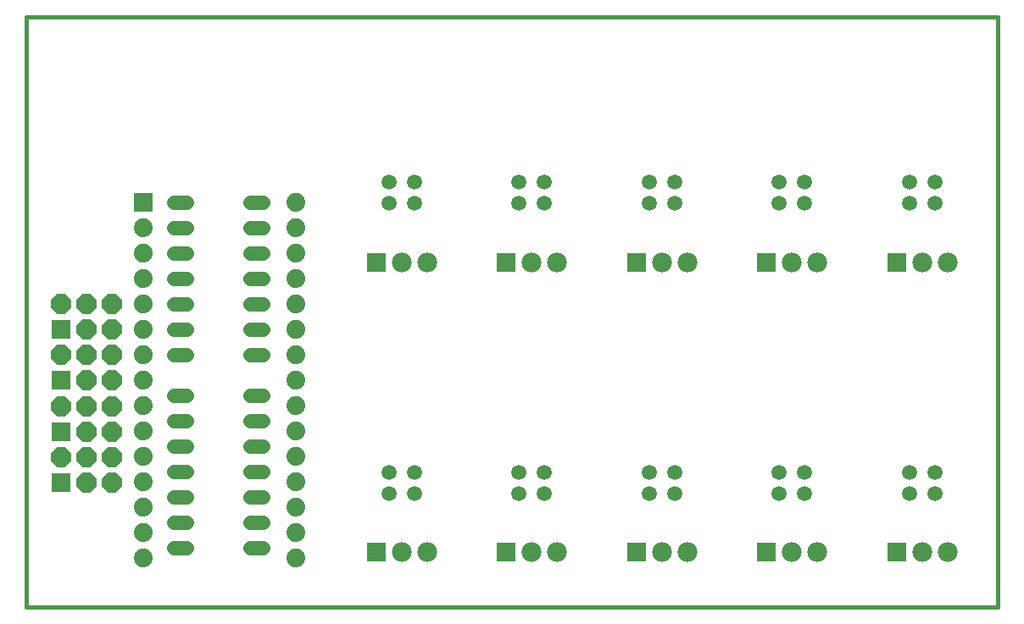
<source format=gbs>
G75*
%MOIN*%
%OFA0B0*%
%FSLAX24Y24*%
%IPPOS*%
%LPD*%
%AMOC8*
5,1,8,0,0,1.08239X$1,22.5*
%
%ADD10C,0.0160*%
%ADD11C,0.0594*%
%ADD12R,0.0780X0.0780*%
%ADD13C,0.0780*%
%ADD14C,0.0560*%
%ADD15OC8,0.0780*%
%ADD16R,0.0740X0.0740*%
%ADD17C,0.0740*%
D10*
X000180Y000180D02*
X038369Y000180D01*
X038369Y023408D01*
X000180Y023408D01*
X000180Y000180D01*
D11*
X014434Y004662D03*
X015434Y004662D03*
X015434Y005492D03*
X014434Y005492D03*
X019552Y005492D03*
X020552Y005492D03*
X020552Y004662D03*
X019552Y004662D03*
X024670Y004662D03*
X025670Y004662D03*
X025670Y005492D03*
X024670Y005492D03*
X029788Y005492D03*
X030788Y005492D03*
X030788Y004662D03*
X029788Y004662D03*
X034906Y004662D03*
X035906Y004662D03*
X035906Y005492D03*
X034906Y005492D03*
X034906Y016079D03*
X034906Y016909D03*
X035906Y016909D03*
X035906Y016079D03*
X030788Y016079D03*
X029788Y016079D03*
X029788Y016909D03*
X030788Y016909D03*
X025670Y016909D03*
X025670Y016079D03*
X024670Y016079D03*
X024670Y016909D03*
X020552Y016909D03*
X020552Y016079D03*
X019552Y016079D03*
X019552Y016909D03*
X015434Y016909D03*
X015434Y016079D03*
X014434Y016079D03*
X014434Y016909D03*
D12*
X013934Y013749D03*
X019052Y013749D03*
X024170Y013749D03*
X029288Y013749D03*
X034406Y013749D03*
X034406Y002332D03*
X029288Y002332D03*
X024170Y002332D03*
X019052Y002332D03*
X013934Y002332D03*
X001526Y005076D03*
X001526Y007086D03*
X001526Y009105D03*
X001526Y011125D03*
D13*
X014934Y013749D03*
X015934Y013749D03*
X020052Y013749D03*
X021052Y013749D03*
X025170Y013749D03*
X026170Y013749D03*
X030288Y013749D03*
X031288Y013749D03*
X035406Y013749D03*
X036406Y013749D03*
X036406Y002332D03*
X035406Y002332D03*
X031288Y002332D03*
X030288Y002332D03*
X026170Y002332D03*
X025170Y002332D03*
X021052Y002332D03*
X020052Y002332D03*
X015934Y002332D03*
X014934Y002332D03*
D14*
X009483Y002499D02*
X008963Y002499D01*
X008963Y003499D02*
X009483Y003499D01*
X009483Y004499D02*
X008963Y004499D01*
X008963Y005499D02*
X009483Y005499D01*
X009483Y006499D02*
X008963Y006499D01*
X008963Y007499D02*
X009483Y007499D01*
X009483Y008499D02*
X008963Y008499D01*
X008963Y010105D02*
X009483Y010105D01*
X009483Y011105D02*
X008963Y011105D01*
X008963Y012105D02*
X009483Y012105D01*
X009483Y013105D02*
X008963Y013105D01*
X008963Y014105D02*
X009483Y014105D01*
X009483Y015105D02*
X008963Y015105D01*
X008963Y016105D02*
X009483Y016105D01*
X006483Y016105D02*
X005963Y016105D01*
X005963Y015105D02*
X006483Y015105D01*
X006483Y014105D02*
X005963Y014105D01*
X005963Y013105D02*
X006483Y013105D01*
X006483Y012105D02*
X005963Y012105D01*
X005963Y011105D02*
X006483Y011105D01*
X006483Y010105D02*
X005963Y010105D01*
X005963Y008499D02*
X006483Y008499D01*
X006483Y007499D02*
X005963Y007499D01*
X005963Y006499D02*
X006483Y006499D01*
X006483Y005499D02*
X005963Y005499D01*
X005963Y004499D02*
X006483Y004499D01*
X006483Y003499D02*
X005963Y003499D01*
X005963Y002499D02*
X006483Y002499D01*
D15*
X003526Y005076D03*
X002526Y005076D03*
X002526Y006076D03*
X001526Y006076D03*
X002526Y007086D03*
X003526Y007086D03*
X003526Y008086D03*
X002526Y008086D03*
X001526Y008086D03*
X002526Y009105D03*
X003526Y009105D03*
X003526Y010105D03*
X002526Y010105D03*
X001526Y010105D03*
X002526Y011125D03*
X003526Y011125D03*
X003526Y012125D03*
X002526Y012125D03*
X001526Y012125D03*
X003526Y006076D03*
D16*
X004771Y016125D03*
D17*
X004771Y015125D03*
X004771Y014125D03*
X004771Y013125D03*
X004771Y012125D03*
X004771Y011125D03*
X004771Y010125D03*
X004771Y009125D03*
X004771Y008125D03*
X004771Y007125D03*
X004771Y006125D03*
X004771Y005125D03*
X004771Y004125D03*
X004771Y003125D03*
X004771Y002125D03*
X010771Y002125D03*
X010771Y003125D03*
X010771Y004125D03*
X010771Y005125D03*
X010771Y006125D03*
X010771Y007125D03*
X010771Y008125D03*
X010771Y009125D03*
X010771Y010125D03*
X010771Y011125D03*
X010771Y012125D03*
X010771Y013125D03*
X010771Y014125D03*
X010771Y015125D03*
X010771Y016125D03*
M02*

</source>
